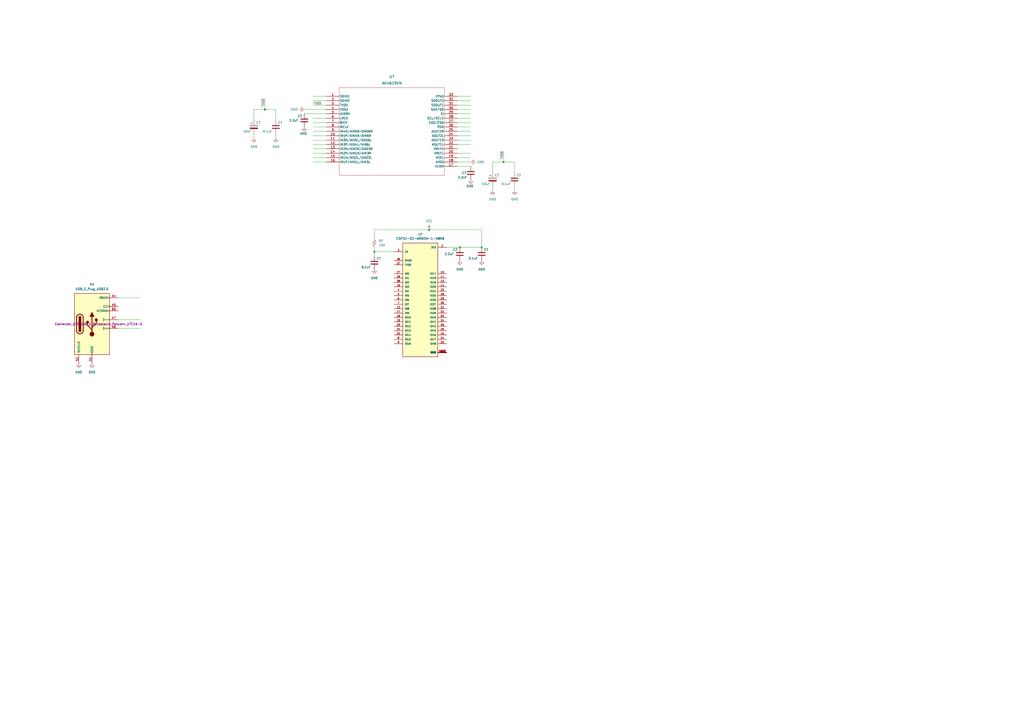
<source format=kicad_sch>
(kicad_sch (version 20211123) (generator eeschema)
  (paper "A2")
  (lib_symbols
    (symbol "2023-04-28_16-08-41:AK4619VN" (pin_names (offset 0.254))
      (property "Reference" "U" (at 38.1 10.16 0))
      (property "Value" "AK4619VN" (at 38.1 7.62 0))
      (symbol "AK4619VN_0_1"
        (polyline (pts (xy 7.62 -45.72) (xy 68.58 -45.72)) (stroke (width 0.127)))
        (polyline (pts (xy 7.62 5.08) (xy 7.62 -45.72)) (stroke (width 0.127)))
        (polyline (pts (xy 68.58 -45.72) (xy 68.58 5.08)) (stroke (width 0.127)))
        (polyline (pts (xy 68.58 5.08) (xy 7.62 5.08)) (stroke (width 0.127)))
        (pin unspecified line (at 0 0 0) (length 7.62) (name "SDIN1") (number "1"))
        (pin unspecified line (at 0 -22.86 0) (length 7.62) (name "IN4P/AIN4R/AIN6R") (number "10"))
        (pin unspecified line (at 0 -25.4 0) (length 7.62) (name "IN3N/AIN5L/GND6L") (number "11"))
        (pin unspecified line (at 0 -27.94 0) (length 7.62) (name "IN3P/AIN4L/AIN6L") (number "12"))
        (pin unspecified line (at 0 -30.48 0) (length 7.62) (name "IN2N/AIN2R/GND3R") (number "13"))
        (pin unspecified line (at 0 -33.02 0) (length 7.62) (name "IN2P/AIN1R/AIN3R") (number "14"))
        (pin unspecified line (at 0 -35.56 0) (length 7.62) (name "IN1N/AIN2L/GND3L") (number "15"))
        (pin unspecified line (at 0 -38.1 0) (length 7.62) (name "IN1P/AIN1L/AIN3L") (number "16"))
        (pin unspecified line (at 76.2 -40.64 180) (length 7.62) (name "VCOM") (number "17"))
        (pin unspecified line (at 76.2 -38.1 180) (length 7.62) (name "AVDD") (number "18"))
        (pin unspecified line (at 76.2 -35.56 180) (length 7.62) (name "VSS1") (number "19"))
        (pin unspecified line (at 0 -2.54 0) (length 7.62) (name "SDIN2") (number "2"))
        (pin unspecified line (at 76.2 -33.02 180) (length 7.62) (name "VREFL") (number "20"))
        (pin unspecified line (at 76.2 -30.48 180) (length 7.62) (name "VREFH") (number "21"))
        (pin unspecified line (at 76.2 -27.94 180) (length 7.62) (name "AOUT1L") (number "22"))
        (pin unspecified line (at 76.2 -25.4 180) (length 7.62) (name "AOUT1R") (number "23"))
        (pin unspecified line (at 76.2 -22.86 180) (length 7.62) (name "AOUT2L") (number "24"))
        (pin unspecified line (at 76.2 -20.32 180) (length 7.62) (name "AOUT2R") (number "25"))
        (pin unspecified line (at 76.2 -17.78 180) (length 7.62) (name "PDN") (number "26"))
        (pin unspecified line (at 76.2 -15.24 180) (length 7.62) (name "CAD/CSN") (number "27"))
        (pin unspecified line (at 76.2 -12.7 180) (length 7.62) (name "SCL/SCLK") (number "28"))
        (pin unspecified line (at 76.2 -10.16 180) (length 7.62) (name "SI") (number "29"))
        (pin unspecified line (at 0 -5.08 0) (length 7.62) (name "TVDD") (number "3"))
        (pin unspecified line (at 76.2 -7.62 180) (length 7.62) (name "SDA/SO") (number "30"))
        (pin unspecified line (at 76.2 -5.08 180) (length 7.62) (name "SDOUT1") (number "31"))
        (pin unspecified line (at 76.2 -2.54 180) (length 7.62) (name "SDOUT2") (number "32"))
        (pin unspecified line (at 76.2 0 180) (length 7.62) (name "EPAD") (number "33"))
        (pin unspecified line (at 0 -7.62 0) (length 7.62) (name "VSS2") (number "4"))
        (pin unspecified line (at 0 -10.16 0) (length 7.62) (name "AVDRV") (number "5"))
        (pin unspecified line (at 0 -12.7 0) (length 7.62) (name "LRCK") (number "6"))
        (pin unspecified line (at 0 -15.24 0) (length 7.62) (name "BICK") (number "7"))
        (pin unspecified line (at 0 -17.78 0) (length 7.62) (name "MCLK") (number "8"))
        (pin unspecified line (at 0 -20.32 0) (length 7.62) (name "IN4N/AIN5R/GND6R") (number "9"))
      )
    )
    (symbol "Connector:USB_C_Plug_USB2.0" (pin_names (offset 1.016))
      (property "Reference" "P" (at -10.16 19.05 0))
      (property "Value" "USB_C_Plug_USB2.0" (at 12.7 19.05 0))
      (symbol "USB_C_Plug_USB2.0_0_0"
        (rectangle (start -0.254 -17.78) (end 0.254 -16.764))
        (rectangle (start 10.16 -2.286) (end 9.144 -2.794))
        (rectangle (start 10.16 2.794) (end 9.144 2.286))
        (rectangle (start 10.16 7.874) (end 9.144 7.366))
        (rectangle (start 10.16 10.414) (end 9.144 9.906))
        (rectangle (start 10.16 15.494) (end 9.144 14.986))
      )
      (symbol "USB_C_Plug_USB2.0_0_1"
        (rectangle (start -10.16 17.78) (end 10.16 -17.78) (stroke (width 0.254)) (fill (type background)))
        (arc (start -8.89 -3.81) (mid -6.985 -5.715) (end -5.08 -3.81) (stroke (width 0.508)))
        (arc (start -7.62 -3.81) (mid -6.985 -4.445) (end -6.35 -3.81) (stroke (width 0.254)))
        (arc (start -7.62 -3.81) (mid -6.985 -4.445) (end -6.35 -3.81) (stroke (width 0.254)) (fill (type outline)))
        (rectangle (start -7.62 -3.81) (end -6.35 3.81) (stroke (width 0.254)) (fill (type outline)))
        (arc (start -6.35 3.81) (mid -6.985 4.445) (end -7.62 3.81) (stroke (width 0.254)))
        (arc (start -6.35 3.81) (mid -6.985 4.445) (end -7.62 3.81) (stroke (width 0.254)) (fill (type outline)))
        (arc (start -5.08 3.81) (mid -6.985 5.715) (end -8.89 3.81) (stroke (width 0.508)))
        (circle (center -2.54 1.143) (radius 0.635) (stroke (width 0.254)) (fill (type outline)))
        (circle (center 0 -5.842) (radius 1.27) (fill (type outline)))
        (polyline (pts (xy -8.89 -3.81) (xy -8.89 3.81)) (stroke (width 0.508)))
        (polyline (pts (xy -5.08 3.81) (xy -5.08 -3.81)) (stroke (width 0.508)))
        (polyline (pts (xy 0 -5.842) (xy 0 4.318)) (stroke (width 0.508)))
        (polyline (pts (xy 0 -3.302) (xy -2.54 -0.762) (xy -2.54 0.508)) (stroke (width 0.508)))
        (polyline (pts (xy 0 -2.032) (xy 2.54 0.508) (xy 2.54 1.778)) (stroke (width 0.508)))
        (polyline (pts (xy -1.27 4.318) (xy 0 6.858) (xy 1.27 4.318) (xy -1.27 4.318)) (stroke (width 0.254)) (fill (type outline)))
        (rectangle (start 1.905 1.778) (end 3.175 3.048) (stroke (width 0.254)) (fill (type outline)))
      )
      (symbol "USB_C_Plug_USB2.0_1_1"
        (pin passive line (at 0 -22.86 90) (length 5.08) (name "GND") (number "A1"))
        (pin passive line (at 0 -22.86 90) (length 5.08) hide (name "GND") (number "A12"))
        (pin passive line (at 15.24 15.24 180) (length 5.08) (name "VBUS") (number "A4"))
        (pin bidirectional line (at 15.24 10.16 180) (length 5.08) (name "CC") (number "A5"))
        (pin bidirectional line (at 15.24 -2.54 180) (length 5.08) (name "D+") (number "A6"))
        (pin bidirectional line (at 15.24 2.54 180) (length 5.08) (name "D-") (number "A7"))
        (pin passive line (at 15.24 15.24 180) (length 5.08) hide (name "VBUS") (number "A9"))
        (pin passive line (at 0 -22.86 90) (length 5.08) hide (name "GND") (number "B1"))
        (pin passive line (at 0 -22.86 90) (length 5.08) hide (name "GND") (number "B12"))
        (pin passive line (at 15.24 15.24 180) (length 5.08) hide (name "VBUS") (number "B4"))
        (pin bidirectional line (at 15.24 7.62 180) (length 5.08) (name "VCONN") (number "B5"))
        (pin passive line (at 15.24 15.24 180) (length 5.08) hide (name "VBUS") (number "B9"))
        (pin passive line (at -7.62 -22.86 90) (length 5.08) (name "SHIELD") (number "S1"))
      )
    )
    (symbol "Device:C" (pin_numbers hide) (pin_names (offset 0.254))
      (property "Reference" "C" (at 0.635 2.54 0))
      (property "Value" "C" (at 0.635 -2.54 0))
      (symbol "C_0_1"
        (polyline (pts (xy -2.032 -0.762) (xy 2.032 -0.762)) (stroke (width 0.508)))
        (polyline (pts (xy -2.032 0.762) (xy 2.032 0.762)) (stroke (width 0.508)))
      )
      (symbol "C_1_1"
        (pin passive line (at 0 3.81 270) (length 2.794) (name "~") (number "1"))
        (pin passive line (at 0 -3.81 90) (length 2.794) (name "~") (number "2"))
      )
    )
    (symbol "Device:C_Polarized" (pin_numbers hide) (pin_names (offset 0.254))
      (property "Reference" "C" (at 0.635 2.54 0))
      (property "Value" "C_Polarized" (at 0.635 -2.54 0))
      (symbol "C_Polarized_0_1"
        (rectangle (start -2.286 0.508) (end 2.286 1.016))
        (polyline (pts (xy -1.778 2.286) (xy -0.762 2.286)))
        (polyline (pts (xy -1.27 2.794) (xy -1.27 1.778)))
        (rectangle (start 2.286 -0.508) (end -2.286 -1.016) (fill (type outline)))
      )
      (symbol "C_Polarized_1_1"
        (pin passive line (at 0 3.81 270) (length 2.794) (name "~") (number "1"))
        (pin passive line (at 0 -3.81 90) (length 2.794) (name "~") (number "2"))
      )
    )
    (symbol "Device:R_Small_US" (pin_numbers hide) (pin_names (offset 0.254) hide)
      (property "Reference" "R" (at 0.762 0.508 0))
      (property "Value" "R_Small_US" (at 0.762 -1.016 0))
      (symbol "R_Small_US_1_1"
        (polyline (pts (xy 0 0) (xy 1.016 -0.381) (xy 0 -0.762) (xy -1.016 -1.143) (xy 0 -1.524)))
        (polyline (pts (xy 0 1.524) (xy 1.016 1.143) (xy 0 0.762) (xy -1.016 0.381) (xy 0 0)))
        (pin passive line (at 0 2.54 270) (length 1.016) (name "~") (number "1"))
        (pin passive line (at 0 -2.54 90) (length 1.016) (name "~") (number "2"))
      )
    )
    (symbol "ESP32-S3-WROOM-1-N8R8:ESP32-S3-WROOM-1-N8R8" (pin_names (offset 1.016))
      (property "Reference" "U" (at -10.16 34.1122 0))
      (property "Value" "ESP32-S3-WROOM-1-N8R8" (at -10.16 -35.56 0))
      (symbol "ESP32-S3-WROOM-1-N8R8_0_0"
        (rectangle (start -10.16 -33.02) (end 10.16 33.02) (stroke (width 0.254)) (fill (type background)))
        (pin power_in line (at 15.24 -30.48 180) (length 5.08) (name "GND") (number "1"))
        (pin bidirectional line (at 15.24 15.24 180) (length 5.08) (name "IO17") (number "10"))
        (pin bidirectional line (at 15.24 12.7 180) (length 5.08) (name "IO18") (number "11"))
        (pin bidirectional line (at -15.24 -5.08 0) (length 5.08) (name "IO8") (number "12"))
        (pin bidirectional line (at 15.24 10.16 180) (length 5.08) (name "IO19") (number "13"))
        (pin bidirectional line (at 15.24 7.62 180) (length 5.08) (name "IO20") (number "14"))
        (pin bidirectional line (at -15.24 7.62 0) (length 5.08) (name "IO3") (number "15"))
        (pin bidirectional line (at 15.24 -20.32 180) (length 5.08) (name "IO46") (number "16"))
        (pin bidirectional line (at -15.24 -7.62 0) (length 5.08) (name "IO9") (number "17"))
        (pin bidirectional line (at -15.24 -10.16 0) (length 5.08) (name "IO10") (number "18"))
        (pin bidirectional line (at -15.24 -12.7 0) (length 5.08) (name "IO11") (number "19"))
        (pin power_in line (at 15.24 30.48 180) (length 5.08) (name "3V3") (number "2"))
        (pin bidirectional line (at -15.24 -15.24 0) (length 5.08) (name "IO12") (number "20"))
        (pin bidirectional line (at -15.24 -17.78 0) (length 5.08) (name "IO13") (number "21"))
        (pin bidirectional line (at -15.24 -20.32 0) (length 5.08) (name "IO14") (number "22"))
        (pin bidirectional line (at 15.24 5.08 180) (length 5.08) (name "IO21") (number "23"))
        (pin bidirectional line (at 15.24 -22.86 180) (length 5.08) (name "IO47") (number "24"))
        (pin bidirectional line (at 15.24 -25.4 180) (length 5.08) (name "IO48") (number "25"))
        (pin bidirectional line (at 15.24 -17.78 180) (length 5.08) (name "IO45") (number "26"))
        (pin bidirectional line (at -15.24 15.24 0) (length 5.08) (name "IO0") (number "27"))
        (pin bidirectional line (at 15.24 2.54 180) (length 5.08) (name "IO35") (number "28"))
        (pin bidirectional line (at 15.24 0 180) (length 5.08) (name "IO36") (number "29"))
        (pin input line (at -15.24 27.94 0) (length 5.08) (name "EN") (number "3"))
        (pin bidirectional line (at 15.24 -2.54 180) (length 5.08) (name "IO37") (number "30"))
        (pin bidirectional line (at 15.24 -5.08 180) (length 5.08) (name "IO38") (number "31"))
        (pin bidirectional line (at 15.24 -7.62 180) (length 5.08) (name "IO39") (number "32"))
        (pin bidirectional line (at 15.24 -10.16 180) (length 5.08) (name "IO40") (number "33"))
        (pin bidirectional line (at 15.24 -12.7 180) (length 5.08) (name "IO41") (number "34"))
        (pin bidirectional line (at 15.24 -15.24 180) (length 5.08) (name "IO42") (number "35"))
        (pin bidirectional line (at -15.24 22.86 0) (length 5.08) (name "RXD0") (number "36"))
        (pin bidirectional line (at -15.24 20.32 0) (length 5.08) (name "TXD0") (number "37"))
        (pin bidirectional line (at -15.24 10.16 0) (length 5.08) (name "IO2") (number "38"))
        (pin bidirectional line (at -15.24 12.7 0) (length 5.08) (name "IO1") (number "39"))
        (pin bidirectional line (at -15.24 5.08 0) (length 5.08) (name "IO4") (number "4"))
        (pin power_in line (at 15.24 -30.48 180) (length 5.08) (name "GND") (number "40"))
        (pin power_in line (at 15.24 -30.48 180) (length 5.08) (name "GND") (number "41_1"))
        (pin power_in line (at 15.24 -30.48 180) (length 5.08) (name "GND") (number "41_2"))
        (pin power_in line (at 15.24 -30.48 180) (length 5.08) (name "GND") (number "41_3"))
        (pin power_in line (at 15.24 -30.48 180) (length 5.08) (name "GND") (number "41_4"))
        (pin power_in line (at 15.24 -30.48 180) (length 5.08) (name "GND") (number "41_5"))
        (pin power_in line (at 15.24 -30.48 180) (length 5.08) (name "GND") (number "41_6"))
        (pin power_in line (at 15.24 -30.48 180) (length 5.08) (name "GND") (number "41_7"))
        (pin power_in line (at 15.24 -30.48 180) (length 5.08) (name "GND") (number "41_8"))
        (pin power_in line (at 15.24 -30.48 180) (length 5.08) (name "GND") (number "41_9"))
        (pin bidirectional line (at -15.24 2.54 0) (length 5.08) (name "IO5") (number "5"))
        (pin bidirectional line (at -15.24 0 0) (length 5.08) (name "IO6") (number "6"))
        (pin bidirectional line (at -15.24 -2.54 0) (length 5.08) (name "IO7") (number "7"))
        (pin bidirectional line (at -15.24 -22.86 0) (length 5.08) (name "IO15") (number "8"))
        (pin bidirectional line (at -15.24 -25.4 0) (length 5.08) (name "IO16") (number "9"))
      )
    )
    (symbol "power:GND" (power) (pin_names (offset 0))
      (property "Value" "GND" (at 0 -3.81 0))
      (symbol "GND_0_1"
        (polyline (pts (xy 0 0) (xy 0 -1.27) (xy 1.27 -1.27) (xy 0 -2.54) (xy -1.27 -1.27) (xy 0 -1.27)))
      )
      (symbol "GND_1_1"
        (pin power_in line (at 0 0 270) (length 0) hide (name "GND") (number "1"))
      )
    )
    (symbol "power:VCC" (power) (pin_names (offset 0))
      (property "Value" "VCC" (at 0 3.81 0))
      (symbol "VCC_0_1"
        (polyline (pts (xy -0.762 1.27) (xy 0 2.54)))
        (polyline (pts (xy 0 0) (xy 0 2.54)))
        (polyline (pts (xy 0 2.54) (xy 0.762 1.27)))
      )
      (symbol "VCC_1_1"
        (pin power_in line (at 0 0 90) (length 0) hide (name "VCC") (number "1"))
      )
    )
  )
  (junction (at 217.17 146.05))
  (junction (at 292.1 93.98))
  (junction (at 266.7 143.51))
  (junction (at 153.67 63.5))
  (junction (at 279.4 143.51))
  (junction (at 248.92 133.35))
  (wire (pts (xy 265.43 68.58) (xy 273.05 68.58)))
  (wire (pts (xy 285.75 107.95) (xy 285.75 110.49)))
  (wire (pts (xy 176.53 66.04) (xy 189.23 66.04)))
  (wire (pts (xy 265.43 55.88) (xy 273.05 55.88)))
  (wire (pts (xy 189.23 76.2) (xy 181.61 76.2)))
  (wire (pts (xy 189.23 71.12) (xy 181.61 71.12)))
  (wire (pts (xy 265.43 91.44) (xy 273.05 91.44)))
  (wire (pts (xy 265.43 60.96) (xy 273.05 60.96)))
  (wire (pts (xy 176.53 63.5) (xy 189.23 63.5)))
  (wire (pts (xy 298.45 93.98) (xy 292.1 93.98)))
  (wire (pts (xy 292.1 93.98) (xy 285.75 93.98)))
  (wire (pts (xy 68.58 185.42) (xy 81.28 185.42)))
  (wire (pts (xy 279.4 143.51) (xy 279.4 133.35)))
  (wire (pts (xy 248.92 133.35) (xy 217.17 133.35)))
  (wire (pts (xy 68.58 190.5) (xy 81.28 190.5)))
  (wire (pts (xy 189.23 58.42) (xy 181.61 58.42)))
  (wire (pts (xy 265.43 93.98) (xy 273.05 93.98)))
  (wire (pts (xy 189.23 86.36) (xy 181.61 86.36)))
  (wire (pts (xy 265.43 88.9) (xy 273.05 88.9)))
  (wire (pts (xy 265.43 73.66) (xy 273.05 73.66)))
  (wire (pts (xy 292.1 87.63) (xy 292.1 93.98)))
  (wire (pts (xy 265.43 96.52) (xy 273.05 96.52)))
  (wire (pts (xy 259.08 143.51) (xy 266.7 143.51)))
  (wire (pts (xy 189.23 88.9) (xy 181.61 88.9)))
  (wire (pts (xy 160.02 69.85) (xy 160.02 63.5)))
  (wire (pts (xy 160.02 63.5) (xy 153.67 63.5)))
  (wire (pts (xy 153.67 63.5) (xy 147.32 63.5)))
  (wire (pts (xy 217.17 146.05) (xy 228.6 146.05)))
  (wire (pts (xy 265.43 66.04) (xy 273.05 66.04)))
  (wire (pts (xy 266.7 143.51) (xy 279.4 143.51)))
  (wire (pts (xy 265.43 58.42) (xy 273.05 58.42)))
  (wire (pts (xy 265.43 63.5) (xy 273.05 63.5)))
  (wire (pts (xy 189.23 73.66) (xy 181.61 73.66)))
  (wire (pts (xy 265.43 81.28) (xy 273.05 81.28)))
  (wire (pts (xy 298.45 107.95) (xy 298.45 110.49)))
  (wire (pts (xy 265.43 76.2) (xy 273.05 76.2)))
  (wire (pts (xy 217.17 133.35) (xy 217.17 138.43)))
  (wire (pts (xy 189.23 60.96) (xy 181.61 60.96)))
  (wire (pts (xy 189.23 78.74) (xy 181.61 78.74)))
  (wire (pts (xy 279.4 133.35) (xy 248.92 133.35)))
  (wire (pts (xy 189.23 81.28) (xy 181.61 81.28)))
  (wire (pts (xy 189.23 83.82) (xy 181.61 83.82)))
  (wire (pts (xy 189.23 68.58) (xy 181.61 68.58)))
  (wire (pts (xy 217.17 143.51) (xy 217.17 146.05)))
  (wire (pts (xy 153.67 57.15) (xy 153.67 63.5)))
  (wire (pts (xy 189.23 91.44) (xy 181.61 91.44)))
  (wire (pts (xy 265.43 71.12) (xy 273.05 71.12)))
  (wire (pts (xy 160.02 77.47) (xy 160.02 80.01)))
  (wire (pts (xy 147.32 63.5) (xy 147.32 69.85)))
  (wire (pts (xy 147.32 77.47) (xy 147.32 80.01)))
  (wire (pts (xy 189.23 55.88) (xy 181.61 55.88)))
  (wire (pts (xy 217.17 146.05) (xy 217.17 148.59)))
  (wire (pts (xy 285.75 93.98) (xy 285.75 100.33)))
  (wire (pts (xy 68.58 172.72) (xy 81.28 172.72)))
  (wire (pts (xy 298.45 100.33) (xy 298.45 93.98)))
  (wire (pts (xy 265.43 83.82) (xy 273.05 83.82)))
  (wire (pts (xy 189.23 93.98) (xy 181.61 93.98)))
  (wire (pts (xy 265.43 78.74) (xy 273.05 78.74)))
  (label "TVDD" (at 292.1 87.63 270))
  (label "TVDD" (at 153.67 57.15 270))
  (label "TVDD" (at 181.61 60.96 0))
  (symbol (lib_id "Device:C") (at 273.05 100.33 180) (unit 1)
    (property "Reference" "C?" (at 267.97 100.33 0) (effects (justify right)))
    (property "Value" "2.2uF" (at 265.43 102.87 0) (effects (justify right)))
    (property "Footprint" "Capacitor_SMD:C_0805_2012Metric" (effects hide))
  )
  (symbol (lib_id "Device:C_Polarized") (at 285.75 104.14 0) (unit 1)
    (property "Reference" "C?" (at 287.02 101.6 0) (effects (justify left)))
    (property "Value" "10uF" (at 279.4 106.68 0) (effects (justify left)))
    (property "Footprint" "Capacitor_SMD:C_0805_2012Metric" (effects hide))
  )
  (symbol (lib_id "power:GND") (at 279.4 151.13 0) (unit 1)
    (property "Reference" "#PWR?" (effects hide))
    (property "Value" "GND" (at 279.4 156.21 0))
  )
  (symbol (lib_id "Device:C") (at 176.53 69.85 180) (unit 1)
    (property "Reference" "C?" (at 172.72 67.31 0) (effects (justify right)))
    (property "Value" "2.2uF" (at 167.64 69.85 0) (effects (justify right)))
    (property "Footprint" "Capacitor_SMD:C_0805_2012Metric" (effects hide))
  )
  (symbol (lib_id "power:GND") (at 147.32 80.01 0) (unit 1)
    (property "Reference" "#PWR?" (effects hide))
    (property "Value" "GND" (at 147.32 85.09 0))
  )
  (symbol (lib_id "Device:C") (at 266.7 147.32 180) (unit 1)
    (property "Reference" "C?" (at 262.89 144.78 0) (effects (justify right)))
    (property "Value" "2.2uF" (at 257.81 147.32 0) (effects (justify right)))
    (property "Footprint" "Capacitor_SMD:C_0805_2012Metric" (effects hide))
  )
  (symbol (lib_id "power:GND") (at 176.53 73.66 0) (unit 1)
    (property "Reference" "#PWR?" (effects hide))
    (property "Value" "GND" (at 173.99 77.47 0) (effects (justify left)))
  )
  (symbol (lib_id "power:GND") (at 45.72 210.82 0) (unit 1)
    (property "Reference" "#PWR?" (effects hide))
    (property "Value" "GND" (at 45.72 215.9 0))
  )
  (symbol (lib_id "ESP32-S3-WROOM-1-N8R8:ESP32-S3-WROOM-1-N8R8") (at 243.84 173.99 0) (unit 1)
    (property "Reference" "U?" (at 243.84 135.89 0))
    (property "Value" "ESP32-S3-WROOM-1-N8R8" (at 243.84 138.43 0))
    (property "Footprint" "ESP32-S3 Module:XCVR_ESP32S3WROOM1N8R8" (effects hide))
    (property "DESCRIPTION" "Bluetooth, WiFi 802.11b/g/n, Bluetooth v5.0 Transceiver Module 2.4GHz PCB Trace Surface Mount" (effects hide))
    (property "MP" "ESP32S3WROOM1N8R8" (effects hide))
    (property "PRICE" "None" (effects hide))
    (property "MF" "Espressif Systems" (effects hide))
    (property "AVAILABILITY" "In Stock" (effects hide))
    (property "PURCHASE-URL" "https://pricing.snapeda.com/search/part/ESP32S3WROOM1N8R8/?ref=eda" (effects hide))
    (property "PACKAGE" "SMD-41 Espressif Systems" (effects hide))
  )
  (symbol (lib_id "power:GND") (at 176.53 63.5 270) (unit 1)
    (property "Reference" "#PWR?" (effects hide))
    (property "Value" "GND" (at 172.72 63.4999 90) (effects (justify right)))
  )
  (symbol (lib_id "2023-04-28_16-08-41:AK4619VN") (at 189.23 55.88 0) (unit 1)
    (property "Reference" "U?" (at 227.33 44.45 0) (effects (font (size 1.524 1.524))))
    (property "Value" "AK4619VN" (at 227.33 48.26 0) (effects (font (size 1.524 1.524))))
    (property "Footprint" "AK4619VN:AK4619VN_AKM" (effects hide))
    (property "Datasheet" "AK4619VN" (effects hide))
  )
  (symbol (lib_id "Connector:USB_C_Plug_USB2.0") (at 53.34 187.96 0) (unit 1)
    (property "Reference" "P?" (at 53.34 165.1 0))
    (property "Value" "USB_C_Plug_USB2.0" (at 53.34 167.64 0))
    (property "Footprint" "Connector_USB:USB_C_Receptacle_Palconn_UTC16-G" (at 57.15 187.96 0))
    (property "Datasheet" "https://www.usb.org/sites/default/files/documents/usb_type-c.zip" (effects hide))
  )
  (symbol (lib_id "Device:C") (at 217.17 152.4 180) (unit 1)
    (property "Reference" "C?" (at 218.44 149.86 0) (effects (justify right)))
    (property "Value" "0.1uF" (at 209.55 154.94 0) (effects (justify right)))
    (property "Footprint" "Capacitor_SMD:C_0805_2012Metric" (effects hide))
  )
  (symbol (lib_id "Device:R_Small_US") (at 217.17 140.97 0) (unit 1)
    (property "Reference" "R?" (at 219.71 139.6999 0) (effects (justify left)))
    (property "Value" "10K" (at 219.71 142.2399 0) (effects (justify left)))
  )
  (symbol (lib_id "power:GND") (at 53.34 210.82 0) (unit 1)
    (property "Reference" "#PWR?" (effects hide))
    (property "Value" "GND" (at 53.34 215.9 0))
  )
  (symbol (lib_id "power:GND") (at 273.05 104.14 0) (unit 1)
    (property "Reference" "#PWR?" (effects hide))
    (property "Value" "GND" (at 270.51 107.95 0) (effects (justify left)))
  )
  (symbol (lib_id "power:GND") (at 273.05 93.98 90) (unit 1)
    (property "Reference" "#PWR?" (effects hide))
    (property "Value" "GND" (at 276.86 93.9799 90) (effects (justify right)))
  )
  (symbol (lib_id "power:GND") (at 160.02 80.01 0) (unit 1)
    (property "Reference" "#PWR?" (effects hide))
    (property "Value" "GND" (at 160.02 85.09 0))
  )
  (symbol (lib_id "power:GND") (at 298.45 110.49 0) (unit 1)
    (property "Reference" "#PWR?" (effects hide))
    (property "Value" "GND" (at 298.45 115.57 0))
  )
  (symbol (lib_id "Device:C") (at 160.02 73.66 180) (unit 1)
    (property "Reference" "C?" (at 161.29 71.12 0) (effects (justify right)))
    (property "Value" "0.1uF" (at 152.4 76.2 0) (effects (justify right)))
    (property "Footprint" "Capacitor_SMD:C_0805_2012Metric" (effects hide))
  )
  (symbol (lib_id "power:GND") (at 285.75 110.49 0) (unit 1)
    (property "Reference" "#PWR?" (effects hide))
    (property "Value" "GND" (at 285.75 115.57 0))
  )
  (symbol (lib_id "power:GND") (at 266.7 151.13 0) (unit 1)
    (property "Reference" "#PWR?" (effects hide))
    (property "Value" "GND" (at 266.7 156.21 0))
  )
  (symbol (lib_id "power:VCC") (at 248.92 133.35 0) (unit 1)
    (property "Reference" "#PWR?" (effects hide))
    (property "Value" "VCC" (at 248.92 128.27 0))
  )
  (symbol (lib_id "power:GND") (at 217.17 156.21 0) (unit 1)
    (property "Reference" "#PWR?" (effects hide))
    (property "Value" "GND" (at 217.17 161.29 0))
  )
  (symbol (lib_id "Device:C_Polarized") (at 147.32 73.66 0) (unit 1)
    (property "Reference" "C?" (at 148.59 71.12 0) (effects (justify left)))
    (property "Value" "10uF" (at 140.97 76.2 0) (effects (justify left)))
    (property "Footprint" "Capacitor_SMD:C_0805_2012Metric" (effects hide))
  )
  (symbol (lib_id "Device:C") (at 298.45 104.14 180) (unit 1)
    (property "Reference" "C?" (at 299.72 101.6 0) (effects (justify right)))
    (property "Value" "0.1uF" (at 290.83 106.68 0) (effects (justify right)))
    (property "Footprint" "Capacitor_SMD:C_0805_2012Metric" (effects hide))
  )
  (symbol (lib_id "Device:C") (at 279.4 147.32 180) (unit 1)
    (property "Reference" "C?" (at 280.67 144.78 0) (effects (justify right)))
    (property "Value" "0.1uF" (at 271.78 149.86 0) (effects (justify right)))
    (property "Footprint" "Capacitor_SMD:C_0805_2012Metric" (effects hide))
  )
)
</source>
